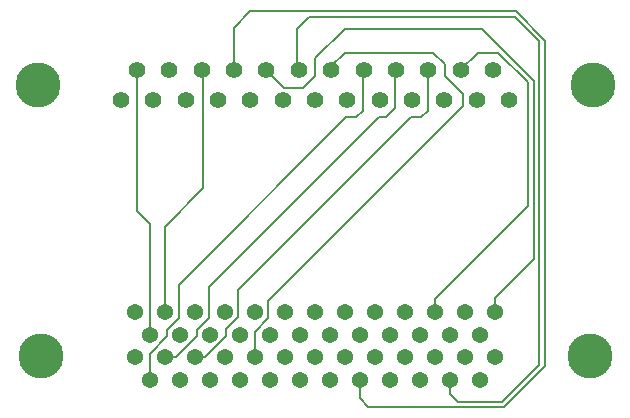
<source format=gbl>
G04 #@! TF.GenerationSoftware,KiCad,Pcbnew,8.0.9*
G04 #@! TF.CreationDate,2025-06-24T22:52:29+09:00*
G04 #@! TF.ProjectId,scsi_d25p50k_adapter,73637369-5f64-4323-9570-35306b5f6164,rev?*
G04 #@! TF.SameCoordinates,Original*
G04 #@! TF.FileFunction,Copper,L2,Bot*
G04 #@! TF.FilePolarity,Positive*
%FSLAX46Y46*%
G04 Gerber Fmt 4.6, Leading zero omitted, Abs format (unit mm)*
G04 Created by KiCad (PCBNEW 8.0.9) date 2025-06-24 22:52:29*
%MOMM*%
%LPD*%
G01*
G04 APERTURE LIST*
G04 #@! TA.AperFunction,ComponentPad*
%ADD10C,1.371600*%
G04 #@! TD*
G04 #@! TA.AperFunction,ComponentPad*
%ADD11C,3.810000*%
G04 #@! TD*
G04 #@! TA.AperFunction,ComponentPad*
%ADD12C,1.397000*%
G04 #@! TD*
G04 #@! TA.AperFunction,Conductor*
%ADD13C,0.200000*%
G04 #@! TD*
G04 APERTURE END LIST*
D10*
X130260000Y-115500000D03*
X131530000Y-117405000D03*
X132800000Y-115500000D03*
X134070000Y-117405000D03*
X135340000Y-115500000D03*
X136610000Y-117405000D03*
X137880000Y-115500000D03*
X139150000Y-117405000D03*
X140420000Y-115500000D03*
X141690000Y-117405000D03*
X142960000Y-115500000D03*
X144230000Y-117405000D03*
X145500000Y-115500000D03*
X146770000Y-117405000D03*
X148040000Y-115500000D03*
X149310000Y-117405000D03*
X150580000Y-115500000D03*
X151850000Y-117405000D03*
X153120000Y-115500000D03*
X154390000Y-117405000D03*
X155660000Y-115500000D03*
X156930000Y-117405000D03*
X158200000Y-115500000D03*
X159470000Y-117405000D03*
X160740000Y-115500000D03*
X130260000Y-119310000D03*
X131530000Y-121215000D03*
X132800000Y-119310000D03*
X134070000Y-121215000D03*
X135340000Y-119310000D03*
X136610000Y-121215000D03*
X137880000Y-119310000D03*
X139150000Y-121215000D03*
X140420000Y-119310000D03*
X141690000Y-121215000D03*
X142960000Y-119310000D03*
X144230000Y-121215000D03*
X145500000Y-119310000D03*
X146770000Y-121215000D03*
X148040000Y-119310000D03*
X149310000Y-121215000D03*
X150580000Y-119310000D03*
X151850000Y-121215000D03*
X153120000Y-119310000D03*
X154390000Y-121215000D03*
X155660000Y-119310000D03*
X156930000Y-121215000D03*
X158200000Y-119310000D03*
X159470000Y-121215000D03*
X160740000Y-119310000D03*
D11*
X168741000Y-119208400D03*
X122259000Y-119208400D03*
D12*
X129060002Y-97540000D03*
X131800002Y-97540000D03*
X134540002Y-97540000D03*
X137280001Y-97540000D03*
X140020001Y-97540000D03*
X142760000Y-97540000D03*
X145500000Y-97540000D03*
X148240000Y-97540000D03*
X150979999Y-97540000D03*
X153719999Y-97540000D03*
X156459998Y-97540000D03*
X159199998Y-97540000D03*
X161939998Y-97540000D03*
X130430002Y-95000000D03*
X133170002Y-95000000D03*
X135910001Y-95000000D03*
X138650001Y-95000000D03*
X141390001Y-95000000D03*
X144130000Y-95000000D03*
X146870000Y-95000000D03*
X149609999Y-95000000D03*
X152349999Y-95000000D03*
X155089999Y-95000000D03*
X157829998Y-95000000D03*
X160569998Y-95000000D03*
D11*
X122005000Y-96270000D03*
X168995000Y-96270000D03*
D13*
X131500000Y-117395000D02*
X131490000Y-117405000D01*
X130390002Y-95000000D02*
X130390002Y-106890002D01*
X131500000Y-108000000D02*
X131500000Y-117395000D01*
X130390002Y-106890002D02*
X131500000Y-108000000D01*
X140380000Y-117120000D02*
X140380000Y-119310000D01*
X146830000Y-95000000D02*
X146830000Y-94670000D01*
X141500000Y-116000000D02*
X140380000Y-117120000D01*
X156500000Y-95500000D02*
X158000000Y-97000000D01*
X141500000Y-114500000D02*
X141500000Y-116000000D01*
X156500000Y-94500000D02*
X156500000Y-95500000D01*
X146830000Y-94670000D02*
X148000000Y-93500000D01*
X158000000Y-97000000D02*
X158000000Y-98000000D01*
X158000000Y-98000000D02*
X141500000Y-114500000D01*
X148000000Y-93500000D02*
X155500000Y-93500000D01*
X155500000Y-93500000D02*
X156500000Y-94500000D01*
X161334314Y-123100000D02*
X157600000Y-123100000D01*
X162434314Y-90500000D02*
X164500000Y-92565686D01*
X144000000Y-94910000D02*
X144000000Y-91500000D01*
X164500000Y-119934314D02*
X161334314Y-123100000D01*
X157600000Y-123100000D02*
X156890000Y-122390000D01*
X144000000Y-91500000D02*
X145000000Y-90500000D01*
X144090000Y-95000000D02*
X144000000Y-94910000D01*
X164500000Y-92565686D02*
X164500000Y-119934314D01*
X145000000Y-90500000D02*
X162434314Y-90500000D01*
X156890000Y-122390000D02*
X156890000Y-121215000D01*
X135500000Y-117000000D02*
X135500000Y-117500000D01*
X136500000Y-113392092D02*
X136500000Y-116000000D01*
X135500000Y-117500000D02*
X133690000Y-119310000D01*
X136500000Y-116000000D02*
X135500000Y-117000000D01*
X151500000Y-99000000D02*
X150892092Y-99000000D01*
X152309999Y-98190001D02*
X151500000Y-99000000D01*
X133690000Y-119310000D02*
X132760000Y-119310000D01*
X150892092Y-99000000D02*
X136500000Y-113392092D01*
X152309999Y-95000000D02*
X152309999Y-98190001D01*
X121965000Y-118954400D02*
X122219000Y-119208400D01*
X168701000Y-96524000D02*
X168955000Y-96270000D01*
X139000000Y-115919200D02*
X138000000Y-116919200D01*
X138000000Y-117500000D02*
X136190000Y-119310000D01*
X139000000Y-113632092D02*
X139000000Y-115919200D01*
X154500000Y-99000000D02*
X153632092Y-99000000D01*
X153632092Y-99000000D02*
X139000000Y-113632092D01*
X155049999Y-98450001D02*
X154500000Y-99000000D01*
X138000000Y-116919200D02*
X138000000Y-117500000D01*
X136190000Y-119310000D02*
X135300000Y-119310000D01*
X155049999Y-95000000D02*
X155049999Y-98450001D01*
X155660000Y-114340000D02*
X163500000Y-106500000D01*
X163500000Y-96000000D02*
X161000000Y-93500000D01*
X155660000Y-115500000D02*
X155660000Y-114340000D01*
X159289998Y-93500000D02*
X157789998Y-95000000D01*
X163500000Y-106500000D02*
X163500000Y-96000000D01*
X161000000Y-93500000D02*
X159289998Y-93500000D01*
X135870001Y-95000000D02*
X136000000Y-95129999D01*
X136000000Y-105000000D02*
X132760000Y-108240000D01*
X132760000Y-108240000D02*
X132760000Y-115500000D01*
X136000000Y-95129999D02*
X136000000Y-105000000D01*
X164000000Y-95900000D02*
X164000000Y-111000000D01*
X144500000Y-96500000D02*
X145500000Y-95500000D01*
X160740000Y-114260000D02*
X160740000Y-115500000D01*
X164000000Y-111000000D02*
X160740000Y-114260000D01*
X159600000Y-91500000D02*
X164000000Y-95900000D01*
X142850001Y-96500000D02*
X144500000Y-96500000D01*
X145500000Y-94000000D02*
X148000000Y-91500000D01*
X141350001Y-95000000D02*
X142850001Y-96500000D01*
X148000000Y-91500000D02*
X159600000Y-91500000D01*
X145500000Y-95500000D02*
X145500000Y-94000000D01*
X149000000Y-99000000D02*
X148152093Y-99000000D01*
X149569999Y-95000000D02*
X149569999Y-98430001D01*
X131490000Y-119010000D02*
X131490000Y-121215000D01*
X149569999Y-98430001D02*
X149000000Y-99000000D01*
X134000000Y-116000000D02*
X133000000Y-117000000D01*
X133000000Y-117500000D02*
X131490000Y-119010000D01*
X133000000Y-117000000D02*
X133000000Y-117500000D01*
X134000000Y-113152093D02*
X134000000Y-116000000D01*
X148152093Y-99000000D02*
X134000000Y-113152093D01*
X161500000Y-123500000D02*
X150000000Y-123500000D01*
X138610001Y-95000000D02*
X138610001Y-91389999D01*
X140000000Y-90000000D02*
X162500000Y-90000000D01*
X149270000Y-122770000D02*
X149270000Y-121215000D01*
X165000000Y-120000000D02*
X161500000Y-123500000D01*
X150000000Y-123500000D02*
X149270000Y-122770000D01*
X165000000Y-92500000D02*
X165000000Y-120000000D01*
X162500000Y-90000000D02*
X165000000Y-92500000D01*
X138610001Y-91389999D02*
X140000000Y-90000000D01*
X156890000Y-117405000D02*
X157000000Y-117295000D01*
X154350000Y-117405000D02*
X154390000Y-117365000D01*
X159430000Y-117405000D02*
X159525000Y-117500000D01*
M02*

</source>
